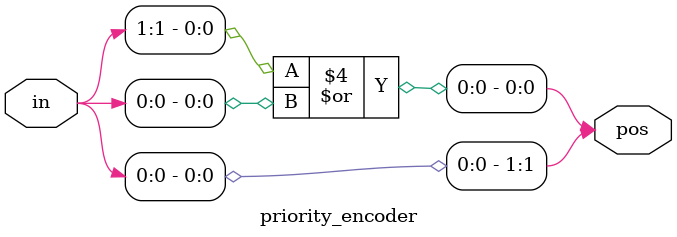
<source format=v>
module priority_encoder( 
input [2:0] in,
output reg [1:0] pos ); 
// When sel=1, assign b to out
assign pos[1] = (in[1] << 1) | in[0];
// When sel=0, assign b to out
assign pos[0] = (in[1] << 0) | in[0];
endmodule

</source>
